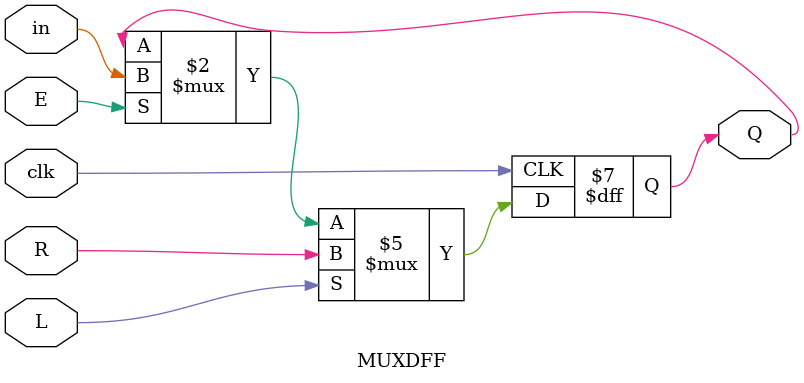
<source format=v>
module top_module (
    input [3:0] SW,
    input [3:0] KEY,
    output [3:0] LEDR
); 
    // KEY[0] = clk
    // KEY[1] = E (enable)
    // KEY[2] = L (load)
    // KEY[3] = R (async load value for DFF 3)

    MUXDFF dff3 (KEY[0], KEY[1], KEY[2], SW[3], KEY[3], LEDR[3]);
    MUXDFF dff2 (KEY[0], KEY[1], KEY[2], SW[2], LEDR[3], LEDR[2]);
    MUXDFF dff1 (KEY[0], KEY[1], KEY[2], SW[1], LEDR[2], LEDR[1]);
    MUXDFF dff0 (KEY[0], KEY[1], KEY[2], SW[0], LEDR[1], LEDR[0]);
endmodule


module MUXDFF (
    input clk,
    input E, L,
    input R,
    input in,
    output reg Q
);

    always @(posedge clk) begin
        if (L)
            Q <= R;
        else if (E)
            Q <= in;
        // else: Q holds its value (no change)
    end

endmodule

</source>
